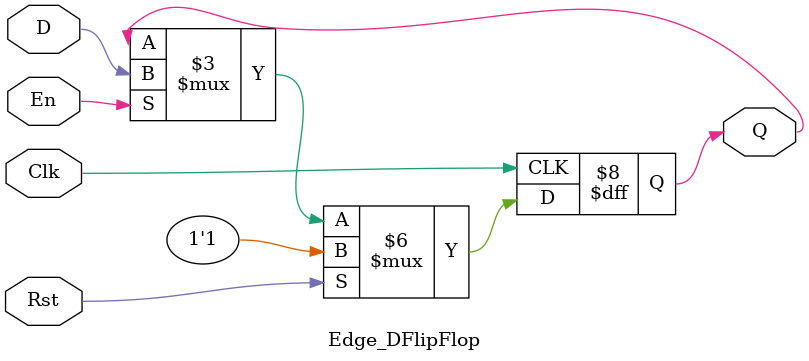
<source format=v>
module Edge_DFlipFlop (D,Clk,Rst,En,Q);
  input D; // Data input 
  input Clk; // clock input 
  input Rst,En; //synchronous reset 
  output reg Q; // output Q 
  always @(negedge Clk) 
  begin
    if(Rst==1'b1)
       Q <= 1'b1; 
    else if(En)
       Q <= D; 
  end 
endmodule
</source>
